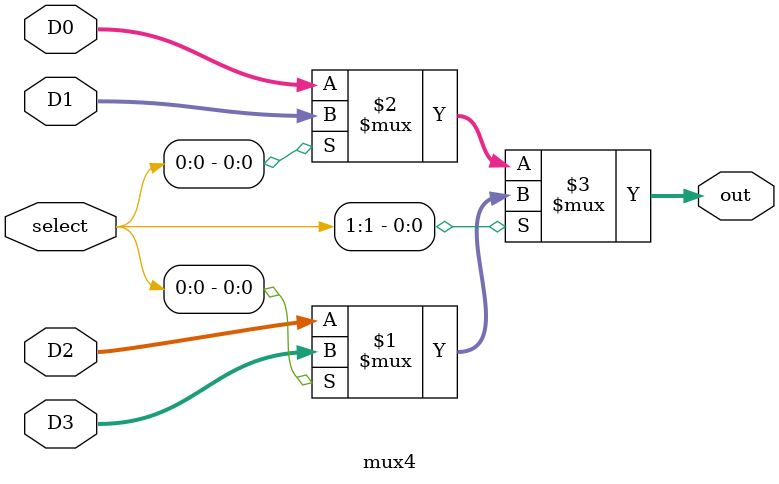
<source format=v>
module mux4 #(parameter W=8)(D0, D1, D2, D3, select, out);
	input [(W-1):0] D0;
	input [(W-1):0] D1;  
	input [(W-1):0] D2;
	input [(W-1):0] D3;
	input [1:0] select;
	output [(W-1):0] out;
	 
   // 00 -> D1, 01 ->D2, 10 -> c, 11 -> d
   assign out = select[1] ? (select[0] ? D3 : D2) : (select[0] ? D1 : D0); 
 
endmodule

</source>
